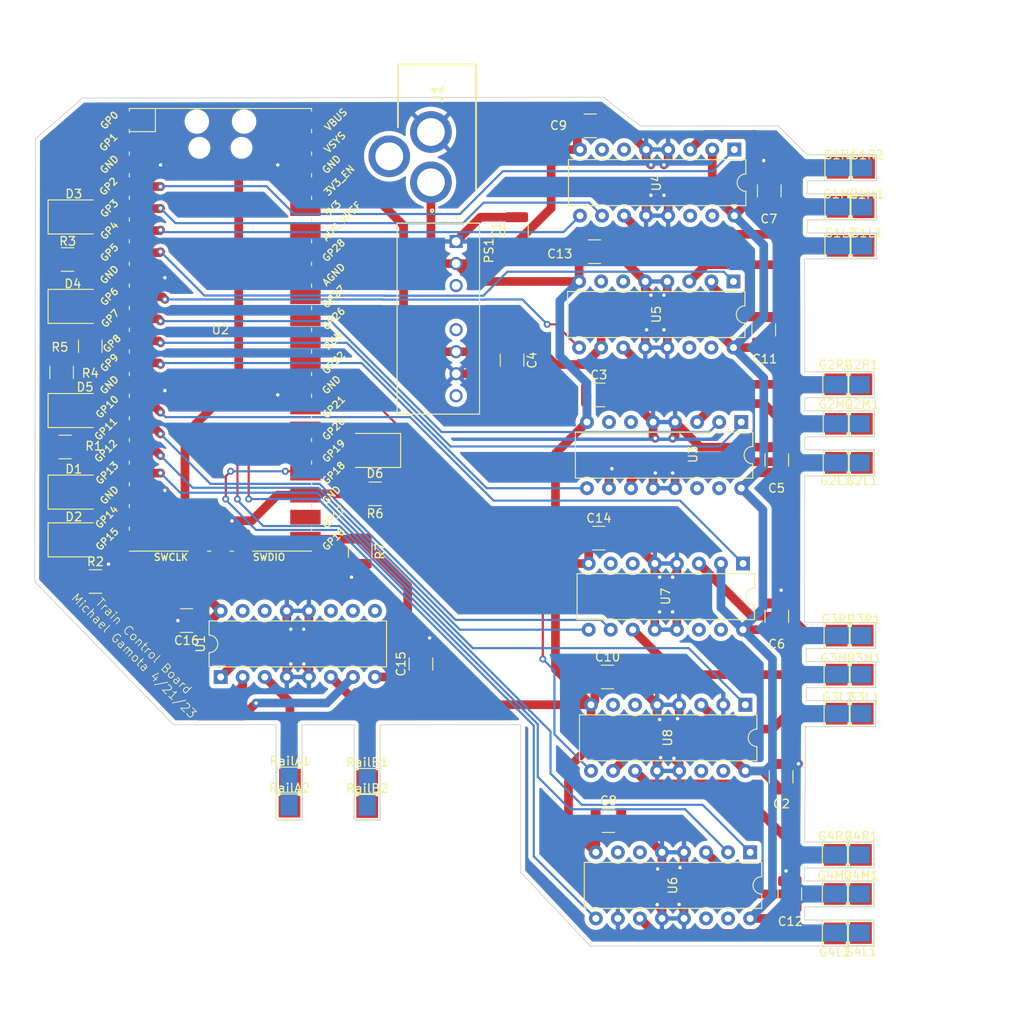
<source format=kicad_pcb>
(kicad_pcb (version 20211014) (generator pcbnew)
  (layers (0 "F.Cu" signal) (31 "B.Cu" signal) (34 "B.Paste" user) (35 "F.Paste" user) (36 "B.SilkS" user "B.Silkscreen") (37 "F.SilkS" user "F.Silkscreen") (38 "B.Mask" user) (39 "F.Mask" user) (44 "Edge.Cuts" user))
  (net 0 "")
  (net 1 "18V")
  (net 2 "GND1")
  (net 3 "+5V")
  (net 4 "Net-(D1-Pad1)")
  (net 5 "Rail1")
  (net 6 "Net-(D2-Pad1)")
  (net 7 "Rail2")
  (net 8 "Net-(D3-Pad1)")
  (net 9 "G1A")
  (net 10 "Net-(D4-Pad1)")
  (net 11 "G2A")
  (net 12 "Net-(D5-Pad1)")
  (net 13 "G3A")
  (net 14 "Net-(D6-Pad1)")
  (net 15 "G4A")
  (net 16 "Net-(G1L1-Pad1)")
  (net 17 "Net-(G1M1-Pad1)")
  (net 18 "Net-(G1R1-Pad1)")
  (net 19 "Net-(G2L1-Pad1)")
  (net 20 "Net-(G2M1-Pad1)")
  (net 21 "Net-(G2R1-Pad1)")
  (net 22 "PWM")
  (net 26 "Net-(RailA1-Pad1)")
  (net 27 "Net-(RailB1-Pad1)")
  (net 34 "G1B")
  (net 35 "G1C")
  (net 36 "G1D")
  (net 37 "G2B")
  (net 38 "G2C")
  (net 39 "G2D")
  (net 40 "G3B")
  (net 41 "G3C")
  (net 42 "G4D")
  (net 44 "G4C")
  (net 45 "G4B")
  (net 78 "G3D")
  (net 83 "Net-(G3L1-Pad1)")
  (net 84 "Net-(G3M1-Pad1)")
  (net 85 "Net-(G3R1-Pad1)")
  (net 86 "Net-(G4L1-Pad1)")
  (net 87 "Net-(G4M1-Pad1)")
  (net 88 "Net-(G4R1-Pad1)")
  (footprint "Package_DIP:DIP-16_W7.62mm" (layer "F.Cu") (at 188.505 59.43 -90)
    (fp_text reference "U5")
    (fp_text value "L293D")
  )
  (footprint "TestPoint:TestPoint_Pad_2.5x2.5mm" (layer "F.Cu") (at 146.305001 116.987499)
    (fp_text reference "RailB1")
    (fp_text value "TestPoint")
  )
  (footprint "Capacitor_SMD:C_1210_3225Metric" (layer "F.Cu") (at 194 116.5 90)
    (fp_text reference "C2")
    (fp_text value "0.1uF")
  )
  (footprint "TestPoint:TestPoint_Pad_2.5x2.5mm" (layer "F.Cu") (at 203.2 134.5 180)
    (fp_text reference "G4L1")
    (fp_text value "TestPoint")
  )
  (footprint "TestPoint:TestPoint_Pad_2.5x2.5mm" (layer "F.Cu") (at 200.3 80.33 180)
    (fp_text reference "G2L2")
    (fp_text value "TestPoint")
  )
  (footprint "TestPoint:TestPoint_Pad_2.5x2.5mm" (layer "F.Cu") (at 203.5 55.33)
    (fp_text reference "G1L1")
    (fp_text value "TestPoint")
  )
  (footprint "Package_DIP:DIP-16_W7.62mm" (layer "F.Cu") (at 190.43 125.2 -90)
    (fp_text reference "U6")
    (fp_text value "L293D")
  )
  (footprint "LED_SMD:LED_1812_4532Metric" (layer "F.Cu") (at 112.5 83.7)
    (fp_text reference "D1")
    (fp_text value "LED")
  )
  (footprint "Capacitor_SMD:C_1210_3225Metric" (layer "F.Cu") (at 174 105)
    (fp_text reference "C10")
    (fp_text value "1uF")
  )
  (footprint "TestPoint:TestPoint_Pad_2.5x2.5mm" (layer "F.Cu") (at 200.5 50.83)
    (fp_text reference "G1M2")
    (fp_text value "TestPoint")
  )
  (footprint "Resistor_SMD:R_1210_3225Metric" (layer "F.Cu") (at 111.5 78.5)
    (fp_text reference "R1")
    (fp_text value "300")
  )
  (footprint "TestPoint:TestPoint_Pad_2.5x2.5mm" (layer "F.Cu") (at 200.2 125.5)
    (fp_text reference "G4R2")
    (fp_text value "TestPoint")
  )
  (footprint "UWF1215S-3WR3:CONV_UWF1215S-3WR3" (layer "F.Cu") (at 154.5 63.7125 -90)
    (fp_text reference "PS1")
    (fp_text value "UWF1215S-3WR3")
  )
  (footprint "LED_SMD:LED_1812_4532Metric" (layer "F.Cu") (at 147.2 78.9 180)
    (fp_text reference "D6")
    (fp_text value "LED")
  )
  (footprint "LED_SMD:LED_1812_4532Metric" (layer "F.Cu") (at 112.5 52)
    (fp_text reference "D3")
    (fp_text value "LED")
  )
  (footprint "Capacitor_SMD:C_1210_3225Metric" (layer "F.Cu") (at 195 130 90)
    (fp_text reference "C12")
    (fp_text value "0.1uF")
  )
  (footprint "LED_SMD:LED_1812_4532Metric" (layer "F.Cu") (at 112.5 62.3)
    (fp_text reference "D4")
    (fp_text value "LED")
  )
  (footprint "Package_DIP:DIP-16_W7.62mm" (layer "F.Cu") (at 188.605 44.23 -90)
    (fp_text reference "U4")
    (fp_text value "L293D")
  )
  (footprint "Package_DIP:DIP-16_W7.62mm" (layer "F.Cu") (at 189.605 91.93 -90)
    (fp_text reference "U7")
    (fp_text value "L293D")
  )
  (footprint "TestPoint:TestPoint_Pad_2.5x2.5mm" (layer "F.Cu") (at 146.305001 119.987499)
    (fp_text reference "RailB2")
    (fp_text value "TestPoint")
  )
  (footprint "Capacitor_SMD:C_1210_3225Metric" (layer "F.Cu") (at 172.5 56)
    (fp_text reference "C13")
    (fp_text value "1uF")
  )
  (footprint "TestPoint:TestPoint_Pad_2.5x2.5mm" (layer "F.Cu") (at 203.2 125.5)
    (fp_text reference "G4R1")
    (fp_text value "TestPoint")
  )
  (footprint "TestPoint:TestPoint_Pad_2.5x2.5mm" (layer "F.Cu") (at 137.355001 119.937499)
    (fp_text reference "RailA2")
    (fp_text value "TestPoint")
  )
  (footprint "SamacSys_Parts:694106301002_1" (layer "F.Cu") (at 149.85 34.4095 -90)
    (fp_text reference "J1")
    (fp_text value "694106301002" hide)
  )
  (footprint "Resistor_SMD:R_1210_3225Metric" (layer "F.Cu") (at 115 94)
    (fp_text reference "R2")
    (fp_text value "300")
  )
  (footprint "Resistor_SMD:R_1210_3225Metric" (layer "F.Cu") (at 145.5 90.5 -90)
    (fp_text reference "R7")
    (fp_text value "100k")
  )
  (footprint "TestPoint:TestPoint_Pad_2.5x2.5mm" (layer "F.Cu") (at 200.3 75.83)
    (fp_text reference "G2M2")
    (fp_text value "TestPoint")
  )
  (footprint "Capacitor_SMD:C_1210_3225Metric" (layer "F.Cu") (at 163 68.5 -90)
    (fp_text reference "C4")
    (fp_text value "10uF")
  )
  (footprint "TestPoint:TestPoint_Pad_2.5x2.5mm" (layer "F.Cu") (at 200.4 109.23)
    (fp_text reference "G3L2")
    (fp_text value "TestPoint")
  )
  (footprint "TestPoint:TestPoint_Pad_2.5x2.5mm" (layer "F.Cu") (at 200.4 104.73)
    (fp_text reference "G3M2")
    (fp_text value "TestPoint")
  )
  (footprint "LED_SMD:LED_1812_4532Metric" (layer "F.Cu") (at 112.5 89.2)
    (fp_text reference "D2")
    (fp_text value "LED")
  )
  (footprint "TestPoint:TestPoint_Pad_2.5x2.5mm" (layer "F.Cu") (at 200.5 55.33)
    (fp_text reference "G1L2")
    (fp_text value "TestPoint")
  )
  (footprint "Resistor_SMD:R_1210_3225Metric" (layer "F.Cu") (at 114.4 66.9 -90)
    (fp_text reference "R4")
    (fp_text value "300")
  )
  (footprint "Capacitor_SMD:C_1210_3225Metric" (layer "F.Cu") (at 193.5 80 90)
    (fp_text reference "C5")
    (fp_text value "0.1uF")
  )
  (footprint "Capacitor_SMD:C_1210_3225Metric" (layer "F.Cu") (at 163.5 53.5 90)
    (fp_text reference "C1")
    (fp_text value "100uF")
  )
  (footprint "TestPoint:TestPoint_Pad_2.5x2.5mm" (layer "F.Cu") (at 200.2 130)
    (fp_text reference "G4M2")
    (fp_text value "TestPoint")
  )
  (footprint "Package_DIP:DIP-16_W7.62mm" (layer "F.Cu") (at 189.405 75.63 -90)
    (fp_text reference "U3")
    (fp_text value "L293D")
  )
  (footprint "Capacitor_SMD:C_1210_3225Metric" (layer "F.Cu") (at 172 41.5)
    (fp_text reference "C9")
    (fp_text value "1uF")
  )
  (footprint "Resistor_SMD:R_1210_3225Metric" (layer "F.Cu") (at 111.1 69.9 90)
    (fp_text reference "R5")
    (fp_text value "300")
  )
  (footprint "TestPoint:TestPoint_Pad_2.5x2.5mm" (layer "F.Cu") (at 203.4 104.73)
    (fp_text reference "G3M1")
    (fp_text value "TestPoint")
  )
  (footprint "TestPoint:TestPoint_Pad_2.5x2.5mm" (layer "F.Cu") (at 203.55 46.33)
    (fp_text reference "G1R2")
    (fp_text value "TestPoint")
  )
  (footprint "Capacitor_SMD:C_1210_3225Metric" (layer "F.Cu") (at 173 89)
    (fp_text reference "C14")
    (fp_text value "1uF")
  )
  (footprint "LED_SMD:LED_1812_4532Metric" (layer "F.Cu") (at 112.5 74.3)
    (fp_text reference "D5")
    (fp_text value "LED")
  )
  (footprint "Capacitor_SMD:C_1210_3225Metric" (layer "F.Cu") (at 174.1 121.55)
    (fp_text reference "C8")
    (fp_text value "1uF")
  )
  (footprint "TestPoint:TestPoint_Pad_2.5x2.5mm" (layer "F.Cu") (at 203.4 100.23)
    (fp_text reference "G3R1")
    (fp_text value "TestPoint")
  )
  (footprint "TestPoint:TestPoint_Pad_2.5x2.5mm" (layer "F.Cu") (at 203.4 109.23)
    (fp_text reference "G3L1")
    (fp_text value "TestPoint")
  )
  (footprint "Package_DIP:DIP-16_W7.62mm" (layer "F.Cu") (at 189.875 108.2 -90)
    (fp_text reference "U8")
    (fp_text value "L293D")
  )
  (footprint "TestPoint:TestPoint_Pad_2.5x2.5mm" (layer "F.Cu") (at 137.405001 116.837499)
    (fp_text reference "RailA1")
    (fp_text value "TestPoint")
  )
  (footprint "TestPoint:TestPoint_Pad_2.5x2.5mm" (layer "F.Cu") (at 200.5 46.33)
    (fp_text reference "G1R1")
    (fp_text value "TestPoint")
  )
  (footprint "TestPoint:TestPoint_Pad_2.5x2.5mm" (layer "F.Cu") (at 203.3 75.83)
    (fp_text reference "G2M1")
    (fp_text value "TestPoint")
  )
  (footprint "Capacitor_SMD:C_1210_3225Metric" (layer "F.Cu") (at 193.5 98 90)
    (fp_text reference "C6")
    (fp_text value "0.1uF")
  )
  (footprint "Capacitor_SMD:C_1210_3225Metric" (layer "F.Cu") (at 152.5 103.5 90)
    (fp_text reference "C15")
    (fp_text value "1uF")
  )
  (footprint "TestPoint:TestPoint_Pad_2.5x2.5mm" (layer "F.Cu") (at 203.2 130)
    (fp_text reference "G4M1")
    (fp_text value "TestPoint")
  )
  (footprint "TestPoint:TestPoint_Pad_2.5x2.5mm" (layer "F.Cu") (at 203.25 71.28)
    (fp_text reference "G2R1")
    (fp_text value "TestPoint")
  )
  (footprint "Capacitor_SMD:C_1210_3225Metric" (layer "F.Cu") (at 192 65 90)
    (fp_text reference "C11")
    (fp_text value "0.1uF")
  )
  (footprint "MCU_RaspberryPi_and_Boards:RPi_Pico_SMD_TH" (layer "F.Cu") (at 129.4 65)
    (fp_text reference "U2")
    (fp_text value "Pico")
  )
  (footprint "Resistor_SMD:R_1210_3225Metric" (layer "F.Cu") (at 111.785 56.9)
    (fp_text reference "R3")
    (fp_text value "300")
  )
  (footprint "Capacitor_SMD:C_1210_3225Metric" (layer "F.Cu") (at 192.63 49 90)
    (fp_text reference "C7")
    (fp_text value "0.1uF")
  )
  (footprint "TestPoint:TestPoint_Pad_2.5x2.5mm" (layer "F.Cu") (at 200.4 100.23)
    (fp_text reference "G3R2")
    (fp_text value "TestPoint")
  )
  (footprint "TestPoint:TestPoint_Pad_2.5x2.5mm" (layer "F.Cu") (at 200.2 134.55 180)
    (fp_text reference "G4L2")
    (fp_text value "TestPoint")
  )
  (footprint "TestPoint:TestPoint_Pad_2.5x2.5mm" (layer "F.Cu") (at 203.5 50.88)
    (fp_text reference "G1M1")
    (fp_text value "TestPoint")
  )
  (footprint "TestPoint:TestPoint_Pad_2.5x2.5mm" (layer "F.Cu") (at 200.25 71.28)
    (fp_text reference "G2R2")
    (fp_text value "TestPoint")
  )
  (footprint "TestPoint:TestPoint_Pad_2.5x2.5mm" (layer "F.Cu") (at 203.3 80.33 180)
    (fp_text reference "G2L1")
    (fp_text value "TestPoint")
  )
  (footprint "Capacitor_SMD:C_1210_3225Metric" (layer "F.Cu") (at 173 72.5)
    (fp_text reference "C3")
    (fp_text value "1uF")
  )
  (footprint "Resistor_SMD:R_1210_3225Metric" (layer "F.Cu") (at 147.2225 83.9 180)
    (fp_text reference "R6")
    (fp_text value "300")
  )
  (footprint "Package_DIP:DIP-16_W7.62mm" (layer "F.Cu") (at 129.425 105 90)
    (fp_text reference "U1")
    (fp_text value "L293D")
  )
  (footprint "Capacitor_SMD:C_1210_3225Metric" (layer "F.Cu") (at 125.5 98.5 180)
    (fp_text reference "C16")
    (fp_text value "0.1uF")
  )
  (gr_line (start 196.9 101.729999) (end 196.9 103.229999) (layer "Edge.Cuts") (width 0.1))
  (gr_line (start 196.72 78.83) (end 204.720001 78.83) (layer "Edge.Cuts") (width 0.1))
  (gr_line (start 177.77 41.52) (end 193.67 41.5) (layer "Edge.Cuts") (width 0.1))
  (gr_line (start 204.900001 98.729999) (end 204.900001 101.73) (layer "Edge.Cuts") (width 0.1))
  (gr_line (start 135.805001 121.487497) (end 138.805001 121.487499) (layer "Edge.Cuts") (width 0.1))
  (gr_line (start 204.72 128.499998) (end 204.72 131.499999) (layer "Edge.Cuts") (width 0.1))
  (gr_line (start 135.805002 113.4875) (end 135.825001 110.487501) (layer "Edge.Cuts") (width 0.1))
  (gr_line (start 196.720002 124) (end 204.720002 124) (layer "Edge.Cuts") (width 0.1))
  (gr_line (start 164 110.5) (end 147.8 110.5125) (layer "Edge.Cuts") (width 0.1))
  (gr_line (start 197 44.83) (end 204.999999 44.830001) (layer "Edge.Cuts") (width 0.1))
  (gr_line (start 196.719999 62.83) (end 196.720001 69.829999) (layer "Edge.Cuts") (width 0.1))
  (gr_line (start 135.825001 110.487501) (end 124 110.5) (layer "Edge.Cuts") (width 0.1))
  (gr_line (start 196.9 98.73) (end 196.7 98.73) (layer "Edge.Cuts") (width 0.1))
  (gr_line (start 138.8 110.5125) (end 144.805001 110.5125) (layer "Edge.Cuts") (width 0.1))
  (gr_line (start 204.900001 101.73) (end 196.9 101.729999) (layer "Edge.Cuts") (width 0.1))
  (gr_line (start 197 52.33) (end 197 53.83) (layer "Edge.Cuts") (width 0.1))
  (gr_line (start 204.720001 78.83) (end 204.72 81.829999) (layer "Edge.Cuts") (width 0.1))
  (gr_line (start 147.805001 121.487499) (end 147.8 110.5125) (layer "Edge.Cuts") (width 0.1))
  (gr_line (start 138.805001 121.487499) (end 138.805002 113.4875) (layer "Edge.Cuts") (width 0.1))
  (gr_line (start 135.805002 113.4875) (end 135.805001 121.487497) (layer "Edge.Cuts") (width 0.1))
  (gr_line (start 164 111) (end 164 110.5) (layer "Edge.Cuts") (width 0.1))
  (gr_line (start 196.720002 133) (end 204.720002 133) (layer "Edge.Cuts") (width 0.1))
  (gr_line (start 196.719999 131.500002) (end 196.720002 133) (layer "Edge.Cuts") (width 0.1))
  (gr_line (start 204.720002 124) (end 204.720001 127.000001) (layer "Edge.Cuts") (width 0.1))
  (gr_line (start 204.900001 106.23) (end 196.900001 106.230001) (layer "Edge.Cuts") (width 0.1))
  (gr_line (start 196.9 98.73) (end 204.900001 98.729999) (layer "Edge.Cuts") (width 0.1))
  (gr_line (start 144.805002 113.4875) (end 144.805001 121.487497) (layer "Edge.Cuts") (width 0.1))
  (gr_line (start 204.72 74.33) (end 204.72 77.329998) (layer "Edge.Cuts") (width 0.1))
  (gr_line (start 196.719999 72.83) (end 196.719999 74.33) (layer "Edge.Cuts") (width 0.1))
  (gr_line (start 196.9 107.73) (end 204.900001 107.729999) (layer "Edge.Cuts") (width 0.1))
  (gr_line (start 113.5 38.3) (end 173.5 38.2) (layer "Edge.Cuts") (width 0.1))
  (gr_line (start 108.1 43) (end 108 94) (layer "Edge.Cuts") (width 0.1))
  (gr_line (start 204.72 77.329998) (end 196.720002 77.329999) (layer "Edge.Cuts") (width 0.1))
  (gr_line (start 205.000001 47.830001) (end 197 47.830001) (layer "Edge.Cuts") (width 0.1))
  (gr_line (start 205 52.33) (end 197 52.33) (layer "Edge.Cuts") (width 0.1))
  (gr_line (start 196.720001 69.829999) (end 204.720001 69.83) (layer "Edge.Cuts") (width 0.1))
  (gr_line (start 196.719999 81.83) (end 196.7 98.73) (layer "Edge.Cuts") (width 0.1))
  (gr_line (start 196.9 103.229999) (end 204.900001 103.230001) (layer "Edge.Cuts") (width 0.1))
  (gr_line (start 197 53.83) (end 204.999999 53.830001) (layer "Edge.Cuts") (width 0.1))
  (gr_line (start 197 47.830001) (end 197 49.33) (layer "Edge.Cuts") (width 0.1))
  (gr_line (start 138.805002 113.4875) (end 138.8 110.5125) (layer "Edge.Cuts") (width 0.1))
  (gr_line (start 204.720002 133) (end 204.72 136) (layer "Edge.Cuts") (width 0.1))
  (gr_line (start 196.720002 77.329999) (end 196.72 78.83) (layer "Edge.Cuts") (width 0.1))
  (gr_line (start 204.720001 127.000001) (end 196.720002 127.000001) (layer "Edge.Cuts") (width 0.1))
  (gr_line (start 173.5 38.2) (end 177.77 41.52) (layer "Edge.Cuts") (width 0.1))
  (gr_line (start 197 49.33) (end 205.000001 49.33) (layer "Edge.Cuts") (width 0.1))
  (gr_line (start 144.805001 121.487497) (end 147.805001 121.487499) (layer "Edge.Cuts") (width 0.1))
  (gr_line (start 204.9 110.730001) (end 196.9 110.73) (layer "Edge.Cuts") (width 0.1))
  (gr_line (start 205.000001 56.83) (end 197 56.83) (layer "Edge.Cuts") (width 0.1))
  (gr_line (start 204.999999 53.830001) (end 205.000001 56.83) (layer "Edge.Cuts") (width 0.1))
  (gr_line (start 144.805001 110.5125) (end 144.805002 113.4875) (layer "Edge.Cuts") (width 0.1))
  (gr_line (start 204.720001 69.83) (end 204.72 72.829999) (layer "Edge.Cuts") (width 0.1))
  (gr_line (start 204.72 81.829999) (end 196.719999 81.83) (layer "Edge.Cuts") (width 0.1))
  (gr_line (start 204.900001 107.729999) (end 204.9 110.730001) (layer "Edge.Cuts") (width 0.1))
  (gr_line (start 164 111) (end 164 127.5) (layer "Edge.Cuts") (width 0.1))
  (gr_line (start 196.9 110.73) (end 196.8 110.73) (layer "Edge.Cuts") (width 0.1))
  (gr_line (start 124 110.5) (end 108 94) (layer "Edge.Cuts") (width 0.1))
  (gr_line (start 196.7 56.83) (end 197 56.83) (layer "Edge.Cuts") (width 0.1))
  (gr_line (start 196.900001 106.230001) (end 196.9 107.73) (layer "Edge.Cuts") (width 0.1))
  (gr_line (start 197 44.83) (end 193.67 41.5) (layer "Edge.Cuts") (width 0.1))
  (gr_line (start 196.719999 62.83) (end 196.7 56.83) (layer "Edge.Cuts") (width 0.1))
  (gr_line (start 172 136) (end 196.72 136.000001) (layer "Edge.Cuts") (width 0.1))
  (gr_line (start 196.719999 128.500001) (end 204.72 128.499998) (layer "Edge.Cuts") (width 0.1))
  (gr_line (start 196.8 110.73) (end 196.720002 124) (layer "Edge.Cuts") (width 0.1))
  (gr_line (start 204.72 72.829999) (end 196.719999 72.83) (layer "Edge.Cuts") (width 0.1))
  (gr_line (start 205.000001 49.33) (end 205 52.33) (layer "Edge.Cuts") (width 0.1))
  (gr_line (start 204.72 136) (end 196.72 136.000001) (layer "Edge.Cuts") (width 0.1))
  (gr_line (start 113.5 38.3) (end 108.1 43) (layer "Edge.Cuts") (width 0.1))
  (gr_line (start 196.719999 74.33) (end 204.72 74.33) (layer "Edge.Cuts") (width 0.1))
  (gr_line (start 196.720002 127.000001) (end 196.719999 128.500001) (layer "Edge.Cuts") (width 0.1))
  (gr_line (start 204.999999 44.830001) (end 205.000001 47.830001) (layer "Edge.Cuts") (width 0.1))
  (gr_line (start 172 136) (end 164 127.5) (layer "Edge.Cuts") (width 0.1))
  (gr_line (start 204.900001 103.230001) (end 204.900001 106.23) (layer "Edge.Cuts") (width 0.1))
  (gr_line (start 204.72 131.499999) (end 196.719999 131.500002) (layer "Edge.Cuts") (width 0.1))
  (gr_text "Train Control Board\nMichael Gamota 4/21/23" (at 120 102 315) (layer "F.SilkS") (effects (font (size 1 1) (thickness 0.1))))
  (segment (start 171.825 89.3) (end 171.525 89) (width 1) (layer "F.Cu") (net 1))
  (segment (start 167.5 46) (end 167.5 50.975) (width 1) (layer "F.Cu") (net 1))
  (segment (start 171.525 89) (end 170.28 89) (width 1) (layer "F.Cu") (net 1))
  (segment (start 154.8625 57.3625) (end 153.65 56.15) (width 1) (layer "F.Cu") (net 1))
  (segment (start 170.725 56.3) (end 171.025 56) (width 1) (layer "F.Cu") (net 1))
  (segment (start 171.625 75.63) (end 171.625 72.6) (width 1) (layer "F.Cu") (net 1))
  (segment (start 170.28 89) (end 168 86.72) (width 1) (layer "F.Cu") (net 1))
  (segment (start 168 86.72) (end 168 79.255) (width 1) (layer "F.Cu") (net 1))
  (segment (start 170.28 89) (end 168.87 90.41) (width 1) (layer "F.Cu") (net 1))
  (segment (start 172.095 112.86) (end 169.5 115.455) (width 1) (layer "F.Cu") (net 1))
  (segment (start 168 90.41) (end 168 86.72) (width 1) (layer "F.Cu") (net 1))
  (segment (start 170.825 44.23) (end 169.27 44.23) (width 1) (layer "F.Cu") (net 1))
  (segment (start 170.725 59.43) (end 158.6175 59.43) (width 1) (layer "F.Cu") (net 1))
  (segment (start 168 93.5) (end 168 104.105) (width 1) (layer "F.Cu") (net 1))
  (segment (start 156.55 57.3625) (end 161.1125 57.3625) (width 1) (layer "F.Cu") (net 1))
  (segment (start 172.65 125.2) (end 172.65 121.575) (width 1) (layer "F.Cu") (net 1))
  (segment (start 172.525 107.77) (end 172.095 108.2) (width 1) (layer "F.Cu") (net 1))
  (segment (start 168 93.5) (end 168 90.41) (width 1) (layer "F.Cu") (net 1))
  (segment (start 168 79.255) (end 171.625 75.63) (width 1) (layer "F.Cu") (net 1))
  (segment (start 158.6175 59.43) (end 156.55 57.3625) (width 1) (layer "F.Cu") (net 1))
  (segment (start 168.05 90.41) (end 168 90.41) (width 1) (layer "F.Cu") (net 1))
  (segment (start 168.87 90.41) (end 168.05 90.41) (width 1) (layer "F.Cu") (net 1))
  (segment (start 153.65 56.15) (end 153.65 48.0095) (width 1) (layer "F.Cu") (net 1))
  (segment (start 170.525 43.93) (end 170.825 44.23) (width 1) (layer "F.Cu") (net 1))
  (segment (start 169.5 122.05) (end 172.65 125.2) (width 1) (layer "F.Cu") (net 1))
  (segment (start 171.825 91.93) (end 171.825 89.3) (width 1) (layer "F.Cu") (net 1))
  (segment (start 172.095 108.2) (end 155.725 108.2) (width 1) (layer "F.Cu") (net 1))
  (segment (start 169.57 91.93) (end 168 93.5) (width 1) (layer "F.Cu") (net 1))
  (segment (start 152.475 105) (end 152.5 104.975) (width 1) (layer "F.Cu") (net 1))
  (segment (start 167.5 50.975) (end 163.5 54.975) (width 1) (layer "F.Cu") (net 1))
  (segment (start 170.725 59.43) (end 170.725 56.3) (width 1) (layer "F.Cu") (net 1))
  (segment (start 147.205 105) (end 152.475 105) (width 1) (layer "F.Cu") (net 1))
  (segment (start 170.525 41.5) (end 170.525 43.93) (width 1) (layer "F.Cu") (net 1))
  (segment (start 168 104.105) (end 172.095 108.2) (width 1) (layer "F.Cu") (net 1))
  (segment (start 155.725 108.2) (end 152.5 104.975) (width 1) (layer "F.Cu") (net 1))
  (segment (start 172.095 108.2) (end 172.095 112.86) (width 1) (layer "F.Cu") (net 1))
  (segment (start 169.57 91.93) (end 168.05 90.41) (width 1) (layer "F.Cu") (net 1))
  (segment (start 156.55 57.3625) (end 154.8625 57.3625) (width 1) (layer "F.Cu") (net 1))
  (segment (start 171.625 72.6) (end 171.525 72.5) (width 1) (layer "F.Cu") (net 1))
  (segment (start 161.1125 57.3625) (end 163.5 54.975) (width 1) (layer "F.Cu") (net 1))
  (segment (start 172.65 121.575) (end 172.625 121.55) (width 1) (layer "F.Cu") (net 1))
  (segment (start 171.825 91.93) (end 169.57 91.93) (width 1) (layer "F.Cu") (net 1))
  (segment (start 169.5 115.455) (end 169.5 122.05) (width 1) (layer "F.Cu") (net 1))
  (segment (start 172.525 105) (end 172.525 107.77) (width 1) (layer "F.Cu") (net 1))
  (segment (start 169.27 44.23) (end 167.5 46) (width 1) (layer "F.Cu") (net 1))
  (segment (start 171.625 75.63) (end 171.625 71.125) (width 1) (layer "B.Cu") (net 1))
  (segment (start 171.625 71.125) (end 168.5 68) (width 1) (layer "B.Cu") (net 1))
  (segment (start 168.5 61.655) (end 170.725 59.43) (width 1) (layer "B.Cu") (net 1))
  (segment (start 168.5 68) (end 168.5 61.655) (width 1) (layer "B.Cu") (net 1))
  (segment (start 181.985 97.985) (end 181.5 97.5) (width 1) (layer "F.Cu") (net 2))
  (segment (start 133 87) (end 130.74 87) (width 1) (layer "F.Cu") (net 2))
  (segment (start 174.475 72.5) (end 176.115 72.5) (width 1) (layer "F.Cu") (net 2))
  (segment (start 181.785 77.215) (end 181.5 77.5) (width 1) (layer "F.Cu") (net 2))
  (segment (start 175.475 105) (end 176.515 105) (width 1) (layer "F.Cu") (net 2))
  (segment (start 178.445 51.85) (end 178.445 50.055) (width 1) (layer "F.Cu") (net 2))
  (segment (start 180.885 67.05) (end 180.885 65.385) (width 1) (layer "F.Cu") (net 2))
  (segment (start 114.9975 58.65) (end 120.51 58.65) (width 1) (layer "F.Cu") (net 2))
  (segment (start 178.445 44.23) (end 178.445 45.445) (width 1) (layer "F.Cu") (net 2))
  (segment (start 179.715 109.605) (end 180.01 109.9) (width 1) (layer "F.Cu") (net 2))
  (segment (start 179.715 108.2) (end 179.715 109.605) (width 1) (layer "F.Cu") (net 2))
  (segment (start 174.915 56) (end 178.345 59.43) (width 1) (layer "F.Cu") (net 2))
  (segment (start 159.3475 52.025) (end 156.55 54.8225) (width 1) (layer "F.Cu") (net 2))
  (segment (start 135.95 84.05) (end 133 87) (width 1) (layer "F.Cu") (net 2))
  (segment (start 181.985 93.015) (end 181.5 93.5) (width 1) (layer "F.Cu") (net 2))
  (segment (start 179.245 77.245) (end 179.5 77.5) (width 1) (layer "F.Cu") (net 2))
  (segment (start 184.68 78.525) (end 181.785 75.63) (width 1) (layer "F.Cu") (net 2))
  (segment (start 195 127.78) (end 194.57 127.35) (width 1) (layer "F.Cu") (net 2))
  (segment (start 194 115.025) (end 195.975 115.025) (width 1) (layer "F.Cu") (net 2))
  (segment (start 174.165 83.25) (end 174.165 81.335) (width 1) (layer "F.Cu") (net 2))
  (segment (start 139.585 105) (end 139.585 104.085) (width 1) (layer "F.Cu") (net 2))
  (segment (start 116.5 93.9625) (end 116.4625 94) (width 1) (layer "F.Cu") (net 2))
  (segment (start 182.255 109.605) (end 182.06 109.8) (width 1) (layer "F.Cu") (net 2))
  (segment (start 120.51 58.65) (end 122.65 58.65) (width 1) (layer "F.Cu") (net 2))
  (segment (start 124.025 98.5) (end 124.5 98.5) (width 1) (layer "F.Cu") (net 2))
  (segment (start 178.445 45.445) (end 179 46) (width 1) (layer "F.Cu") (net 2))
  (segment (start 181.985 91.93) (end 181.985 93.015) (width 1) (layer "F.Cu") (net 2))
  (segment (start 139.585 97.38) (end 139.585 98.915) (width 1) (layer "F.Cu") (net 2))
  (segment (start 180.27 132.82) (end 180.27 131.78) (width 1) (layer "F.Cu") (net 2))
  (segment (start 152.5 101.5) (end 153.5 100.5) (width 1) (layer "F.Cu") (net 2))
  (segment (start 120.51 84.05) (end 118.5125 84.05) (width 1) (layer "F.Cu") (net 2))
  (segment (start 192 63.525) (end 189.6 63.525) (width 1) (layer "F.Cu") (net 2))
  (segment (start 176.115 72.5) (end 179.245 75.63) (width 1) (layer "F.Cu") (net 2))
  (segment (start 180.27 126.62) (end 179.77 127.12) (width 1) (layer "F.Cu") (net 2))
  (segment (start 179.245 81.755) (end 179.5 81.5) (width 1) (layer "F.Cu") (net 2))
  (segment (start 156.55 70.0625) (end 162.9125 70.0625) (width 1) (layer "F.Cu") (net 2))
  (segment (start 181.785 83.25) (end 181.785 81.785) (width 1) (layer "F.Cu") (net 2))
  (segment (start 138.29 71.35) (end 137.15 71.35) (width 1) (layer "F.Cu") (net 2))
  (segment (start 182.255 115.82) (end 182.255 114.985) (width 1) (layer "F.Cu") (net 2))
  (segment (start 162.9125 70.0625) (end 163 69.975) (width 1) (layer "F.Cu") (net 2))
  (segment (start 181.785 75.63) (end 181.785 77.215) (width 1) (layer "F.Cu") (net 2))
  (segment (start 117.3875 71.35) (end 120.51 71.35) (width 1) (layer "F.Cu") (net 2))
  (segment (start 139.585 98.915) (end 139 99.5) (width 1) (layer "F.Cu") (net 2))
  (segment (start 114.4 68.3625) (end 117.3875 71.35) (width 1) (layer "F.Cu") (net 2))
  (segment (start 178.345 59.43) (end 178.345 60.345) (width 1) (layer "F.Cu") (net 2))
  (segment (start 139.585 104.085) (end 139 103.5) (width 1) (layer "F.Cu") (net 2))
  (segment (start 122.45 84.05) (end 123 83.5) (width 1) (layer "F.Cu") (net 2))
  (segment (start 173.475 41.5) (end 175.715 41.5) (width 1) (layer "F.Cu") (net 2))
  (segment (start 163.5 52.025) (end 159.3475 52.025) (width 1) (layer "F.Cu") (net 2))
  (segment (start 116.5 92) (end 116.5 93.9625) (width 1) (layer "F.Cu") (net 2))
  (segment (start 179.715 115.82) (end 179.715 114.705) (width 1) (layer "F.Cu") (net 2))
  (segment (start 176.515 89) (end 179.445 91.93) (width 1) (layer "F.Cu") (net 2))
  (segment (start 179.445 92.945) (end 180 93.5) (width 1) (layer "F.Cu") (net 2))
  (segment (start 192.63 46.13) (end 192 45.5) (width 1) (layer "F.Cu") (net 2))
  (segment (start 180.985 44.23) (end 180.985 45.515) (width 1) (layer "F.Cu") (net 2))
  (segment (start 122.45 45.95) (end 122.5 46) (width 1) (layer "F.Cu") (net 2))
  (segment (start 180.885 60.615) (end 180.5 61) (width 1) (layer "F.Cu") (net 2))
  (segment (start 179.245 83.25) (end 179.245 81.755) (width 1) (layer "F.Cu") (net 2))
  (segment (start 185.965 59.89) (end 185.965 59.43) (width 1) (layer "F.Cu") (net 2))
  (segment (start 174.165 81.335) (end 174.5 81) (width 1) (layer "F.Cu") (net 2))
  (segment (start 122.35 71.35) (end 123 72) (width 1) (layer "F.Cu") (net 2))
  (segment (start 180.985 51.85) (end 180.985 49.985) (width 1) (layer "F.Cu") (net 2))
  (segment (start 174.475 89) (end 176.515 89) (width 1) (layer "F.Cu") (net 2))
  (segment (start 180.985 49.985) (end 180.5 49.5) (width 1) (layer "F.Cu") (net 2))
  (segment (start 137.045 103.955) (end 137.5 103.5) (width 1) (layer "F.Cu") (net 2))
  (segment (start 118.5125 84.05) (end 112.9625 78.5) (width 1) (layer "F.Cu") (net 2))
  (segment (start 182.81 131.77) (end 182.24 131.2) (width 1) (layer "F.Cu") (net 2))
  (segment (start 120.51 45.95) (end 122.45 45.95) (width 1) (layer "F.Cu") (net 2))
  (segment (start 180.27 125.2) (end 180.27 126.62) (width 1) (layer "F.Cu") (net 2))
  (segment (start 130.74 87) (end 130.72 87.02) (width 1) (layer "F.Cu") (net 2))
  (segment (start 176.515 105) (end 179.715 108.2) (width 1) (layer "F.Cu") (net 2))
  (segment (start 138.29 45.95) (end 136.05 45.95) (width 1) (layer "F.Cu") (net 2))
  (segment (start 182.81 126.5) (end 182.35 126.96) (width 1) (layer "F.Cu") (net 2))
  (segment (start 145.76 83.9) (end 138.44 83.9) (width 1) (layer "F.Cu") (net 2))
  (segment (start 137.15 71.35) (end 136 72.5) (width 1) (layer "F.Cu") (net 2))
  (segment (start 173.975 56) (end 174.915 56) (width 1) (layer "F.Cu") (net 2))
  (segment (start 192.63 47.525) (end 192.63 46.13) (width 1) (layer "F.Cu") (net 2))
  (segment (start 178.345 65.155) (end 178.5 65) (width 1) (layer "F.Cu") (net 2))
  (segment (start 182.81 125.2) (end 182.81 126.5) (width 1) (layer "F.Cu") (net 2))
  (segment (start 181.785 81.785) (end 181.5 81.5) (width 1) (layer "F.Cu") (net 2))
  (segment (start 138.29 84.05) (end 135.95 84.05) (width 1) (layer "F.Cu") (net 2))
  (segment (start 193.5 96.525) (end 193.5 95.5) (width 1) (layer "F.Cu") (net 2))
  (segment (start 179.445 99.55) (end 179.445 98.055) (width 1) (layer "F.Cu") (net 2))
  (segment (start 176.62 121.55) (end 180.27 125.2) (width 1) (layer "F.Cu") (net 2))
  (segment (start 179.715 114.705) (end 180.12 114.3) (width 1) (layer "F.Cu") (net 2))
  (segment (start 180.985 45.515) (end 180.5 46) (width 1) (layer "F.Cu") (net 2))
  (segment (start 182.255 108.2) (end 182.255 109.605) (width 1) (layer "F.Cu") (net 2))
  (segment (start 152.5 102.025) (end 152.5 101.5) (width 1) (layer "F.Cu") (net 2))
  (segment (start 182.255 114.985) (end 181.65 114.38) (width 1) (layer "F.Cu") (net 2))
  (segment (start 136.05 45.95) (end 136 46) (width 1) (layer "F.Cu") (net 2))
  (segment (start 193.5 95.5) (end 194 95) (width 1) (layer "F.Cu") (net 2))
  (segment (start 145.5 91.9625) (end 145.5 92.5) (width 1) (layer "F.Cu") (net 2))
  (segment (start 145.5 92.5) (end 144.5 93.5) (width 1) (layer "F.Cu") (net 2))
  (segment (start 182.81 132.82) (end 182.81 131.77) (width 1) (layer "F.Cu") (net 2))
  (segment (start 180.885 65.385) (end 180.5 65) (width 1) (layer "F.Cu") (net 2))
  (segment (start 180.27 131.78) (end 179.72 131.23) (width 1) (layer "F.Cu") (net 2))
  (segment (start 178.345 67.05) (end 178.345 65.155) (width 1) (layer "F.Cu") (net 2))
  (segment (start 179.245 75.63) (end 179.245 77.245) (width 1) (layer "F.Cu") (net 2))
  (segment (start 130.72 87.02) (end 129.4 88.34) (width 1) (layer "F.Cu") (net 2))
  (segment (start 137.045 97.38) (end 137.045 99.045) (width 1) (layer "F.Cu") (net 2))
  (segment (start 122.65 58.65) (end 123 59) (width 1) (layer "F.Cu") (net 2))
  (segment (start 175.715 41.5) (end 178.445 44.23) (width 1) (layer "F.Cu") (net 2))
  (segment (start 189.6 63.525) (end 185.965 59.89) (width 1) (layer "F.Cu") (net 2))
  (segment (start 181.985 99.55) (end 181.985 97.985) (width 1) (layer "F.Cu") (net 2))
  (segment (start 111.1 68.4375) (end 114.325 68.4375) (width 1) (layer "F.Cu") (net 2))
  (segment (start 114.325 68.4375) (end 114.4 68.3625) (width 1) (layer "F.Cu") (net 2))
  (segment (start 193.5 78.525) (end 184.68 78.525) (width 1) (layer "F.Cu") (net 2))
  (segment (start 178.345 60.345) (end 179 61) (width 1) (layer "F.Cu") (net 2))
  (segment (start 137.045 105) (end 137.045 103.955) (width 1) (layer "F.Cu") (net 2))
  (segment (start 137.045 99.045) (end 137.5 99.5) (width 1) (layer "F.Cu") (net 2))
  (segment (start 180.885 59.43) (end 180.885 60.615) (width 1) (layer "F.Cu") (net 2))
  (segment (start 120.51 84.05) (end 122.45 84.05) (width 1) (layer "F.Cu") (net 2))
  (segment (start 179.445 91.93) (end 179.445 92.945) (width 1) (layer "F.Cu") (net 2))
  (segment (start 138.44 83.9) (end 138.29 84.05) (width 1) (layer "F.Cu") (net 2))
  (segment (start 120.51 71.35) (end 122.35 71.35) (width 1) (layer "F.Cu") (net 2))
  (segment (start 179.445 98.055) (end 180 97.5) (width 1) (layer "F.Cu") (net 2))
  (segment (start 195 128.525) (end 195 127.78) (width 1) (layer "F.Cu") (net 2))
  (segment (start 175.575 121.55) (end 176.62 121.55) (width 1) (layer "F.Cu") (net 2))
  (segment (start 113.2475 56.9) (end 114.9975 58.65) (width 1) (layer "F.Cu") (net 2))
  (segment (start 129.4 88.34) (end 129.4 88.9) (width 1) (layer "F.Cu") (net 2))
  (segment (start 195.975 115.025) (end 196 115) (width 1) (layer "F.Cu") (net 2))
  (segment (start 178.445 50.055) (end 179 49.5) (width 1) (layer "F.Cu") (net 2))
  (via (at 139 99.5) (size 0.8) (drill 0.4) (layers "F.Cu" "B.Cu") (net 2))
  (via (at 116.5 92) (size 0.8) (drill 0.4) (layers "F.Cu" "B.Cu") (net 2))
  (via (at 130.72 87.02) (size 0.8) (drill 0.4) (layers "F.Cu" "B.Cu") (net 2))
  (via (at 196 115) (size 0.8) (drill 0.4) (layers "F.Cu" "B.Cu") (net 2))
  (via (at 180.5 46) (size 0.8) (drill 0.4) (layers "F.Cu" "B.Cu") (net 2))
  (via (at 192 45.5) (size 0.8) (drill 0.4) (layers "F.Cu" "B.Cu") (net 2))
  (via (at 179.5 77.5) (size 0.8) (drill 0.4) (layers "F.Cu" "B.Cu") (net 2))
  (via (at 136 46) (size 0.8) (drill 0.4) (layers "F.Cu" "B.Cu") (net 2))
  (via (at 123 59) (size 0.8) (drill 0.4) (layers "F.Cu" "B.Cu") (net 2))
  (via (at 137.5 99.5) (size 0.8) (drill 0.4) (layers "F.Cu" "B.Cu") (net 2))
  (via (at 174.5 81) (size 0.8) (drill 0.4) (layers "F.Cu" "B.Cu") (net 2))
  (via (at 179 46) (size 0.8) (drill 0.4) (layers "F.Cu" "B.Cu") (net 2))
  (via (at 180.5 61) (size 0.8) (drill 0.4) (layers "F.Cu" "B.Cu") (net 2))
  (via (at 194.57 127.35) (size 0.8) (drill 0.4) (layers "F.Cu" "B.Cu") (net 2))
  (via (at 181.65 114.38) (size 0.8) (drill 0.4) (layers "F.Cu" "B.Cu") (net 2))
  (via (at 122.5 46) (size 0.8) (drill 0.4) (layers "F.Cu" "B.Cu") (net 2))
  (via (at 123 72) (size 0.8) (drill 0.4) (layers "F.Cu" "B.Cu") (net 2))
  (via (at 180 97.5) (size 0.8) (drill 0.4) (layers "F.Cu" "B.Cu") (net 2))
  (via (at 180.01 109.9) (size 0.8) (drill 0.4) (layers "F.Cu" "B.Cu") (net 2))
  (via (at 182.24 131.2) (size 0.8) (drill 0.4) (layers "F.Cu" "B.Cu") (net 2))
  (via (at 194 95) (size 0.8) (drill 0.4) (layers "F.Cu" "B.Cu") (net 2))
  (via (at 180.12 114.3) (size 0.8) (drill 0.4) (layers "F.Cu" "B.Cu") (net 2))
  (via (at 180.5 49.5) (size 0.8) (drill 0.4) (layers "F.Cu" "B.Cu") (net 2))
  (via (at 180.5 65) (size 0.8) (drill 0.4) (layers "F.Cu" "B.Cu") (net 2))
  (via (at 144.5 93.5) (size 0.8) (drill 0.4) (layers "F.Cu" "B.Cu") (net 2))
  (via (at 179.5 81.5) (size 0.8) (drill 0.4) (layers "F.Cu" "B.Cu") (net 2))
  (via (at 181.5 93.5) (size 0.8) (drill 0.4) (layers "F.Cu" "B.Cu") (net 2))
  (via (at 181.5 81.5) (size 0.8) (drill 0.4) (layers "F.Cu" "B.Cu") (net 2))
  (via (at 123 83.5) (size 0.8) (drill 0.4) (layers "F.Cu" "B.Cu") (net 2))
  (via (at 182.35 126.96) (size 0.8) (drill 0.4) (layers "F.Cu" "B.Cu") (net 2))
  (via (at 182.06 109.8) (size 0.8) (drill 0.4) (layers "F.Cu" "B.Cu") (net 2))
  (via (at 136 72.5) (size 0.8) (drill 0.4) (layers "F.Cu" "B.Cu") (net 2))
  (via (at 124.5 98.5) (size 0.8) (drill 0.4) (layers "F.Cu" "B.Cu") (net 2))
  (via (at 179 49.5) (size 0.8) (drill 0.4) (layers "F.Cu" "B.Cu") (net 2))
  (via (at 178.5 65) (size 0.8) (drill 0.4) (layers "F.Cu" "B.Cu") (net 2))
  (via (at 139 103.5) (size 0.8) (drill 0.4) (layers "F.Cu" "B.Cu") (net 2))
  (via (at 137.5 103.5) (size 0.8) (drill 0.4) (layers "F.Cu" "B.Cu") (net 2))
  (via (at 179 61) (size 0.8) (drill 0.4) (layers "F.Cu" "B.Cu") (net 2))
  (via (at 180 93.5) (size 0.8) (drill 0.4) (layers "F.Cu" "B.Cu") (net 2))
  (via (at 181.5 97.5) (size 0.8) (drill 0.4) (layers "F.Cu" "B.Cu") (net 2))
  (via (at 179.72 131.23) (size 0.8) (drill 0.4) (layers "F.Cu" "B.Cu") (net 2))
  (via (at 153.5 100.5) (size 0.8) (drill 0.4) (layers "F.Cu" "B.Cu") (net 2))
  (via (at 179.77 127.12) (size 0.8) (drill 0.4) (layers "F.Cu" "B.Cu") (net 2))
  (via (at 181.5 77.5) (size 0.8) (drill 0.4) (layers "F.Cu" "B.Cu") (net 2))
  (segment (start 188.505 67.05) (end 185.025 63.57) (width 1) (layer "F.Cu") (net 3))
  (segment (start 191.845 115.82) (end 194 117.975) (width 1) (layer "F.Cu") (net 3))
  (segment (start 190.43 132.82) (end 193.655 132.82) (width 1) (layer "F.Cu") (net 3))
  (segment (start 138.29 43.41) (end 140.91 43.41) (width 1) (layer "F.Cu") (net 3))
  (segment (start 150.5 53) (end 150.5 64.5) (width 1) (layer "F.Cu") (net 3))
  (segment (start 185.025 63.57) (end 175.43 63.57) (width 1) (layer "F.Cu") (net 3))
  (segment (start 189.875 115.82) (end 191.845 115.82) (width 1) (layer "F.Cu") (net 3))
  (segment (start 192.63 50.475) (end 189.98 50.475) (width 1) (layer "F.Cu") (net 3))
  (segment (start 191.18 81.475) (end 189.405 83.25) (width 1) (layer "F.Cu") (net 3))
  (segment (start 135.59 43.41) (end 131.5 47.5) (width 1) (layer "F.Cu") (net 3))
  (segment (start 153.5225 67.5225) (end 156.55 67.5225) (width 1) (layer "F.Cu") (net 3))
  (segment (start 168 69) (end 171.315 69) (width 1) (layer "F.Cu") (net 3))
  (segment (start 177.575 112.88) (end 174.635 115.82) (width 1) (layer "F.Cu") (net 3))
  (segment (start 191.425 67.05) (end 192 66.475) (width 1) (layer "F.Cu") (net 3))
  (segment (start 189.875 115.82) (end 186.935 112.88) (width 1) (layer "F.Cu") (net 3))
  (segment (start 125.31 77.09) (end 125.31 93.265) (width 1) (layer "F.Cu") (net 3))
  (segment (start 186.065 49.31) (end 188.605 51.85) (width 1) (layer "F.Cu") (net 3))
  (segment (start 131.5 47.5) (end 131.5 70.9) (width 1) (layer "F.Cu") (net 3))
  (segment (start 186.935 112.88) (end 177.575 112.88) (width 1) (layer "F.Cu") (net 3))
  (segment (start 128.305 98.5) (end 129.425 97.38) (width 1) (layer "F.Cu") (net 3))
  (segment (start 126.975 98.5) (end 128.305 98.5) (width 1) (layer "F.Cu") (net 3))
  (segment (start 162.5025 67.5225) (end 163 67.025) (width 1) (layer "F.Cu") (net 3))
  (segment (start 189.98 50.475) (end 188.605 51.85) (width 1) (layer "F.Cu") (net 3))
  (segment (start 163 67.025) (end 166.025 67.025) (width 1) (layer "F.Cu") (net 3))
  (segment (start 186.065 44.23) (end 186.065 49.31) (width 1) (layer "F.Cu") (net 3))
  (segment (start 156.55 67.5225) (end 162.5025 67.5225) (width 1) (layer "F.Cu") (net 3))
  (segment (start 138.29 43.41) (end 135.59 43.41) (width 1) (layer "F.Cu") (net 3))
  (segment (start 193.425 99.55) (end 193.5 99.475) (width 1) (layer "F.Cu") (net 3))
  (segment (start 131.5 70.9) (end 125.31 77.09) (width 1) (layer "F.Cu") (net 3))
  (segment (start 173.265 65.735) (end 173.265 67.05) (width 1) (layer "F.Cu") (net 3))
  (segment (start 166.025 67.025) (end 168 69) (width 1) (layer "F.Cu") (net 3))
  (segment (start 188.505 67.05) (end 191.425 67.05) (width 1) (layer "F.Cu") (net 3))
  (segment (start 125.31 93.265) (end 129.425 97.38) (width 1) (layer "F.Cu") (net 3))
  (segment (start 150.5 64.5) (end 153.5225 67.5225) (width 1) (layer "F.Cu") (net 3))
  (segment (start 175.43 63.57) (end 173.265 65.735) (width 1) (layer "F.Cu") (net 3))
  (segment (start 189.605 99.55) (end 193.425 99.55) (width 1) (layer "F.Cu") (net 3))
  (segment (start 140.91 43.41) (end 150.5 53) (width 1) (layer "F.Cu") (net 3))
  (segment (start 171.315 69) (end 173.265 67.05) (width 1) (layer "F.Cu") (net 3))
  (segment (start 193.5 81.475) (end 191.18 81.475) (width 1) (layer "F.Cu") (net 3))
  (segment (start 193.655 132.82) (end 195 131.475) (width 1) (layer "F.Cu") (net 3))
  (segment (start 192.18 115.82) (end 193 115) (width 1) (layer "B.Cu") (net 3))
  (segment (start 190.43 132.82) (end 193 130.25) (width 1) (layer "B.Cu") (net 3))
  (segment (start 191.9 85.745) (end 189.405 83.25) (width 1) (layer "B.Cu") (net 3))
  (segment (start 187.065 97.01) (end 189.605 99.55) (width 1) (layer "B.Cu") (net 3))
  (segment (start 193 116.64) (end 193 117) (width 1) (layer "B.Cu") (net 3))
  (segment (start 187.065 91.93) (end 187.065 97.01) (width 1) (layer "B.Cu") (net 3))
  (segment (start 193 102.945) (end 189.605 99.55) (width 1) (layer "B.Cu") (net 3))
  (segment (start 191.9 97.1) (end 191.9 85.745) (width 1) (layer "B.Cu") (net 3))
  (segment (start 192 80.655) (end 192 70.545) (width 1) (layer "B.Cu") (net 3))
  (segment (start 192 70.545) (end 188.505 67.05) (width 1) (layer "B.Cu") (net 3))
  (segment (start 189.875 115.82) (end 192.18 115.82) (width 1) (layer "B.Cu") (net 3))
  (segment (start 189.605 99.395) (end 191.9 97.1) (width 1) (layer "B.Cu") (net 3))
  (segment (start 193 117) (end 193 115) (width 1) (layer "B.Cu") (net 3))
  (segment (start 189.405 83.25) (end 192 80.655) (width 1) (layer "B.Cu") (net 3))
  (segment (start 193 115) (end 193 102.945) (width 1) (layer "B.Cu") (net 3))
  (segment (start 189.605 99.55) (end 189.605 99.395) (width 1) (layer "B.Cu") (net 3))
  (segment (start 188.505 67.05) (end 192 63.555) (width 1) (layer "B.Cu") (net 3))
  (segment (start 192.18 115.82) (end 193 116.64) (width 1) (layer "B.Cu") (net 3))
  (segment (start 192 55.245) (end 188.605 51.85) (width 1) (layer "B.Cu") (net 3))
  (segment (start 193 130.25) (end 193 117) (width 1) (layer "B.Cu") (net 3))
  (segment (start 192 63.555) (end 192 55.245) (width 1) (layer "B.Cu") (net 3))
  (segment (start 110.3625 83.7) (end 110.3625 78.825) (width 1) (layer "F.Cu") (net 4))
  (segment (start 110.3625 78.825) (end 110.0375 78.5) (width 1) (layer "F.Cu") (net 4))
  (segment (start 127 107.5) (end 122.5 103) (width 1) (layer "F.Cu") (net 5))
  (segment (start 117.5275 86.59) (end 114.6375 83.7) (width 1) (layer "F.Cu") (net 5))
  (segment (start 123.5 89.02) (end 123.5 94.5) (width 1) (layer "F.Cu") (net 5))
  (segment (start 122.5 95.5) (end 123.5 94.5) (width 1) (layer "F.Cu") (net 5))
  (segment (start 122.5 103) (end 122.5 95.5) (width 1) (layer "F.Cu") (net 5))
  (segment (start 131.965 106.035) (end 130.5 107.5) (width 1) (layer "F.Cu") (net 5))
  (segment (start 120.51 86.59) (end 121.07 86.59) (width 1) (layer "F.Cu") (net 5))
  (segment (start 130.5 107.5) (end 127 107.5) (width 1) (layer "F.Cu") (net 5))
  (segment (start 120.51 86.59) (end 117.5275 86.59) (width 1) (layer "F.Cu") (net 5))
  (segment (start 131.965 105) (end 131.965 106.035) (width 1) (layer "F.Cu") (net 5))
  (segment (start 121.07 86.59) (end 123.5 89.02) (width 1) (layer "F.Cu") (net 5))
  (segment (start 113.5375 94) (end 113.5375 93.85625) (width 1) (layer "F.Cu") (net 6))
  (segment (start 113.5375 93.85625) (end 110.3625 90.68125) (width 1) (layer "F.Cu") (net 6))
  (segment (start 110.3625 89.2) (end 110.3625 90.68125) (width 1) (layer "F.Cu") (net 6))
  (segment (start 120.44 89.2) (end 120.51 89.13) (width 1) (layer "F.Cu") (net 7))
  (segment (start 120.51 103.01) (end 127 109.5) (width 1) (layer "F.Cu") (net 7))
  (segment (start 127 109.5) (end 132 109.5) (width 1) (layer "F.Cu") (net 7))
  (segment (start 120.51 89.13) (end 120.51 103.01) (width 1) (layer "F.Cu") (net 7))
  (segment (start 114.6375 89.2) (end 120.44 89.2) (width 1) (layer "F.Cu") (net 7))
  (segment (start 132 109.5) (end 133.5 108) (width 1) (layer "F.Cu") (net 7))
  (via (at 133.5 108) (size 0.8) (drill 0.4) (layers "F.Cu" "B.Cu") (net 7))
  (segment (start 141.665 108) (end 144.665 105) (width 1) (layer "B.Cu") (net 7))
  (segment (start 133.5 108) (end 141.665 108) (width 1) (layer "B.Cu") (net 7))
  (segment (start 110.3225 56.9) (end 110.3225 52.04) (width 1) (layer "F.Cu") (net 8))
  (segment (start 110.3225 52.04) (end 110.3625 52) (width 1) (layer "F.Cu") (net 8))
  (segment (start 122.49 48.49) (end 122.5 48.5) (width 1) (layer "F.Cu") (net 9))
  (segment (start 120.51 48.49) (end 122.49 48.49) (width 1) (layer "F.Cu") (net 9))
  (via (at 122.5 48.5) (size 0.8) (drill 0.4) (layers "F.Cu" "B.Cu") (net 9))
  (segment (start 122.55 48.45) (end 122.5 48.5) (width 0.25) (layer "B.Cu") (net 9))
  (segment (start 186.11 46.725) (end 161.935 46.725) (width 0.25) (layer "B.Cu") (net 9))
  (segment (start 157.002787 51.657213) (end 137.897213 51.657213) (width 0.25) (layer "B.Cu") (net 9))
  (segment (start 188.605 44.23) (end 186.11 46.725) (width 0.25) (layer "B.Cu") (net 9))
  (segment (start 134.69 48.45) (end 122.55 48.45) (width 0.25) (layer "B.Cu") (net 9))
  (segment (start 137.897213 51.657213) (end 134.69 48.45) (width 0.25) (layer "B.Cu") (net 9))
  (segment (start 161.935 46.725) (end 157.002787 51.657213) (width 0.25) (layer "B.Cu") (net 9))
  (segment (start 113.5 65.4375) (end 110.3625 62.3) (width 1) (layer "F.Cu") (net 10))
  (segment (start 114.4 65.4375) (end 113.5 65.4375) (width 1) (layer "F.Cu") (net 10))
  (segment (start 120.51 61.19) (end 122.69 61.19) (width 1) (layer "F.Cu") (net 11))
  (segment (start 170.725 67.05) (end 168.045 64.37) (width 0.25) (layer "F.Cu") (net 11))
  (segment (start 168.045 64.37) (end 167.05 64.37) (width 0.25) (layer "F.Cu") (net 11))
  (segment (start 122.69 61.19) (end 123 61.5) (width 1) (layer "F.Cu") (net 11))
  (via (at 167.05 64.37) (size 0.8) (drill 0.4) (layers "F.Cu" "B.Cu") (net 11))
  (via (at 123 61.5) (size 0.8) (drill 0.4) (layers "F.Cu" "B.Cu") (net 11))
  (segment (start 148.08 61.5) (end 123 61.5) (width 0.25) (layer "B.Cu") (net 11))
  (segment (start 167.05 64.37) (end 164.18 61.5) (width 0.25) (layer "B.Cu") (net 11))
  (segment (start 148.08 61.5) (end 148.1 61.52) (width 0.25) (layer "B.Cu") (net 11))
  (segment (start 148.1 61.52) (end 159.876396 61.52) (width 0.25) (layer "B.Cu") (net 11))
  (segment (start 164.18 61.5) (end 159.896396 61.5) (width 0.25) (layer "B.Cu") (net 11))
  (segment (start 159.876396 61.52) (end 159.896396 61.5) (width 0.25) (layer "B.Cu") (net 11))
  (segment (start 110.3625 72.1) (end 111.1 71.3625) (width 1) (layer "F.Cu") (net 12))
  (segment (start 110.3625 74.3) (end 110.3625 72.1) (width 1) (layer "F.Cu") (net 12))
  (segment (start 121.89 73.89) (end 122.5 74.5) (width 1) (layer "F.Cu") (net 13))
  (segment (start 120.51 73.89) (end 121.89 73.89) (width 1) (layer "F.Cu") (net 13))
  (via (at 122.5 74.5) (size 0.8) (drill 0.4) (layers "F.Cu" "B.Cu") (net 13))
  (segment (start 189.605 91.93) (end 182.355 84.68) (width 0.25) (layer "B.Cu") (net 13))
  (segment (start 160.873604 84.68) (end 151.253604 75.06) (width 0.25) (layer "B.Cu") (net 13))
  (segment (start 123.06 75.06) (end 122.5 74.5) (width 0.25) (layer "B.Cu") (net 13))
  (segment (start 182.355 84.68) (end 160.873604 84.68) (width 0.25) (layer "B.Cu") (net 13))
  (segment (start 151.253604 75.06) (end 123.06 75.06) (width 0.25) (layer "B.Cu") (net 13))
  (segment (start 149.3375 83.2475) (end 148.685 83.9) (width 1) (layer "F.Cu") (net 14))
  (segment (start 149.3375 78.9) (end 149.3375 83.2475) (width 1) (layer "F.Cu") (net 14))
  (segment (start 166.54 92.74) (end 147.8 74) (width 0.25) (layer "F.Cu") (net 15))
  (segment (start 138.4 74) (end 138.29 73.89) (width 0.25) (layer "F.Cu") (net 15))
  (segment (start 166.54 102.93) (end 166.54 92.74) (width 0.25) (layer "F.Cu") (net 15))
  (segment (start 147.8 74) (end 138.4 74) (width 0.25) (layer "F.Cu") (net 15))
  (via (at 166.54 102.93) (size 0.8) (drill 0.4) (layers "F.Cu" "B.Cu") (net 15))
  (segment (start 167.88 104.27) (end 166.54 102.93) (width 0.25) (layer "B.Cu") (net 15))
  (segment (start 167.88 110.52) (end 167.88 104.27) (width 0.25) (layer "B.Cu") (net 15))
  (segment (start 167.88 111.605) (end 167.88 110.52) (width 0.25) (layer "B.Cu") (net 15))
  (segment (start 172.095 115.82) (end 167.88 111.605) (width 0.25) (layer "B.Cu") (net 15))
  (segment (start 195.57 55.33) (end 193.4 57.5) (width 1) (layer "F.Cu") (net 16))
  (segment (start 193.4 57.5) (end 185.355 57.5) (width 1) (layer "F.Cu") (net 16))
  (segment (start 203.5 55.33) (end 200.5 55.33) (width 1) (layer "F.Cu") (net 16))
  (segment (start 185.355 57.5) (end 183.425 59.43) (width 1) (layer "F.Cu") (net 16))
  (segment (start 200.5 55.33) (end 195.57 55.33) (width 1) (layer "F.Cu") (net 16))
  (segment (start 203.5 50.88) (end 200.55 50.88) (width 1) (layer "F.Cu") (net 17))
  (segment (start 178.055 54) (end 175.905 51.85) (width 1) (layer "F.Cu") (net 17))
  (segment (start 193.5 54) (end 178.055 54) (width 1) (layer "F.Cu") (net 17))
  (segment (start 196.67 50.83) (end 193.5 54) (width 1) (layer "F.Cu") (net 17))
  (segment (start 200.55 50.88) (end 200.5 50.83) (width 1) (layer "F.Cu") (net 17))
  (segment (start 196.67 50.83) (end 200.5 50.83) (width 1) (layer "F.Cu") (net 17))
  (segment (start 191 42.5) (end 185.255 42.5) (width 1) (layer "F.Cu") (net 18))
  (segment (start 203.55 46.33) (end 200.5 46.33) (width 1) (layer "F.Cu") (net 18))
  (segment (start 185.255 42.5) (end 183.525 44.23) (width 1) (layer "F.Cu") (net 18))
  (segment (start 194.83 46.33) (end 200.5 46.33) (width 1) (layer "F.Cu") (net 18))
  (segment (start 194.83 46.33) (end 191 42.5) (width 1) (layer "F.Cu") (net 18))
  (segment (start 178.8 80.2) (end 200.17 80.2) (width 1) (layer "F.Cu") (net 19))
  (segment (start 176.705 83.25) (end 176.705 82.295) (width 1) (layer "F.Cu") (net 19))
  (segment (start 176.705 82.295) (end 178.8 80.2) (width 1) (layer "F.Cu") (net 19))
  (segment (start 203.3 80.33) (end 200.3 80.33) (width 1) (layer "F.Cu") (net 19))
  (segment (start 200.17 80.2) (end 200.3 80.33) (width 1) (layer "F.Cu") (net 19))
  (segment (start 186.455 73.5) (end 184.325 75.63) (width 1) (layer "F.Cu") (net 20))
  (segment (start 194.33 75.83) (end 200.3 75.83) (width 1) (layer "F.Cu") (net 20))
  (segment (start 192 73.5) (end 186.455 73.5) (width 1) (layer "F.Cu") (net 20))
  (segment (start 203.3 75.83) (end 200.3 75.83) (width 1) (layer "F.Cu") (net 20))
  (segment (start 194.33 75.83) (end 192 73.5) (width 1) (layer "F.Cu") (net 20))
  (segment (start 203.25 71.28) (end 200.25 71.28) (width 1) (layer "F.Cu") (net 21))
  (segment (start 180.035 71.28) (end 175.805 67.05) (width 1) (layer "F.Cu") (net 21))
  (segment (start 180.035 71.28) (end 200.25 71.28) (width 1) (layer "F.Cu") (net 21))
  (segment (start 150.97 94.5075) (end 149.50125 93.03875) (width 1) (layer "F.Cu") (net 22))
  (segment (start 149.50125 93.03875) (end 145.5 89.0375) (width 1) (layer "F.Cu") (net 22))
  (segment (start 145.4075 89.13) (end 145.5 89.0375) (width 1) (layer "F.Cu") (net 22))
  (segment (start 129.425 105) (end 132.925 101.5) (width 1) (layer "F.Cu") (net 22))
  (segment (start 148.5 101.5) (end 150.97 99.03) (width 1) (layer "F.Cu") (net 22))
  (segment (start 132.925 101.5) (end 148.5 101.5) (width 1) (layer "F.Cu") (net 22))
  (segment (start 150.97 99.03) (end 150.97 94.5075) (width 1) (layer "F.Cu") (net 22))
  (segment (start 138.29 89.13) (end 145.4075 89.13) (width 1) (layer "F.Cu") (net 22))
  (segment (start 137.405001 116.837499) (end 137.405001 107.900001) (width 1) (layer "F.Cu") (net 26))
  (segment (start 137.355001 119.937499) (end 137.355001 116.887499) (width 1) (layer "F.Cu") (net 26))
  (segment (start 137.355001 116.887499) (end 137.405001 116.837499) (width 1) (layer "F.Cu") (net 26))
  (segment (start 137.405001 107.900001) (end 134.505 105) (width 1) (layer "F.Cu") (net 26))
  (segment (start 146.305001 119.987499) (end 146.305001 116.987499) (width 1) (layer "F.Cu") (net 27))
  (segment (start 146.305001 116.987499) (end 146.305001 109.180001) (width 1) (layer "F.Cu") (net 27))
  (segment (start 146.305001 109.180001) (end 142.125 105) (width 1) (layer "F.Cu") (net 27))
  (segment (start 120.51 51.03) (end 122.47 51.03) (width 1) (layer "F.Cu") (net 34))
  (segment (start 122.47 51.03) (end 122.5 51) (width 1) (layer "F.Cu") (net 34))
  (via (at 122.5 51) (size 0.8) (drill 0.4) (layers "F.Cu" "B.Cu") (net 34))
  (segment (start 171.865 50.35) (end 159.72 50.35) (width 0.25) (layer "B.Cu") (net 34))
  (segment (start 159.72 50.35) (end 157.36 52.71) (width 0.25) (layer "B.Cu") (net 34))
  (segment (start 124.21 52.71) (end 122.5 51) (width 0.25) (layer "B.Cu") (net 34))
  (segment (start 157.36 52.71) (end 124.21 52.71) (width 0.25) (layer "B.Cu") (net 34))
  (segment (start 173.365 51.85) (end 171.865 50.35) (width 0.25) (layer "B.Cu") (net 34))
  (segment (start 122.43 53.57) (end 122.5 53.5) (width 1) (layer "F.Cu") (net 35))
  (segment (start 120.51 53.57) (end 116.2075 53.57) (width 1) (layer "F.Cu") (net 35))
  (segment (start 120.51 53.57) (end 122.43 53.57) (width 1) (layer "F.Cu") (net 35))
  (segment (start 116.2075 53.57) (end 114.6375 52) (width 1) (layer "F.Cu") (net 35))
  (via (at 122.5 53.5) (size 0.8) (drill 0.4) (layers "F.Cu" "B.Cu") (net 35))
  (segment (start 168.9315 53.7435) (end 122.7435 53.7435) (width 0.25) (layer "B.Cu") (net 35))
  (segment (start 170.825 51.85) (end 168.9315 53.7435) (width 0.25) (layer "B.Cu") (net 35))
  (segment (start 122.7435 53.7435) (end 122.5 53.5) (width 0.25) (layer "B.Cu") (net 35))
  (segment (start 120.51 56.11) (end 122.39 56.11) (width 1) (layer "F.Cu") (net 36))
  (segment (start 122.39 56.11) (end 122.5 56) (width 1) (layer "F.Cu") (net 36))
  (via (at 122.5 56) (size 0.8) (drill 0.4) (layers "F.Cu" "B.Cu") (net 36))
  (segment (start 188.505 59.43) (end 187.38 58.305) (width 0.25) (layer "B.Cu") (net 36))
  (segment (start 127.55 61.05) (end 122.5 56) (width 0.25) (layer "B.Cu") (net 36))
  (segment (start 159.69 61.07) (end 148.286396 61.07) (width 0.25) (layer "B.Cu") (net 36))
  (segment (start 148.286396 61.07) (end 148.266396 61.05) (width 0.25) (layer "B.Cu") (net 36))
  (segment (start 162.455 58.305) (end 159.69 61.07) (width 0.25) (layer "B.Cu") (net 36))
  (segment (start 187.38 58.305) (end 162.455 58.305) (width 0.25) (layer "B.Cu") (net 36))
  (segment (start 148.266396 61.05) (end 127.55 61.05) (width 0.25) (layer "B.Cu") (net 36))
  (segment (start 120.51 63.73) (end 122.23 63.73) (width 1) (layer "F.Cu") (net 37))
  (segment (start 122.23 63.73) (end 122.5 64) (width 1) (layer "F.Cu") (net 37))
  (via (at 122.5 64) (size 0.8) (drill 0.4) (layers "F.Cu" "B.Cu") (net 37))
  (segment (start 154.877792 76.775) (end 142.102792 64) (width 0.25) (layer "B.Cu") (net 37))
  (segment (start 142.102792 64) (end 122.5 64) (width 0.25) (layer "B.Cu") (net 37))
  (segment (start 185.72 76.775) (end 154.877792 76.775) (width 0.25) (layer "B.Cu") (net 37))
  (segment (start 186.865 75.63) (end 185.72 76.775) (width 0.25) (layer "B.Cu") (net 37))
  (segment (start 114.6375 62.7575) (end 118.15 66.27) (width 1) (layer "F.Cu") (net 38))
  (segment (start 114.6375 62.3) (end 114.6375 62.7575) (width 1) (layer "F.Cu") (net 38))
  (segment (start 122.27 66.27) (end 122.5 66.5) (width 1) (layer "F.Cu") (net 38))
  (segment (start 120.51 66.27) (end 122.27 66.27) (width 1) (layer "F.Cu") (net 38))
  (segment (start 118.15 66.27) (end 120.51 66.27) (width 1) (layer "F.Cu") (net 38))
  (via (at 122.5 66.5) (size 0.8) (drill 0.4) (layers "F.Cu" "B.Cu") (net 38))
  (segment (start 143.966396 66.5) (end 122.5 66.5) (width 0.25) (layer "B.Cu") (net 38))
  (segment (start 189.405 75.945) (end 186.91 78.44) (width 0.25) (layer "B.Cu") (net 38))
  (segment (start 189.405 75.63) (end 189.405 75.945) (width 0.25) (layer "B.Cu") (net 38))
  (segment (start 186.91 78.44) (end 155.906396 78.44) (width 0.25) (layer "B.Cu") (net 38))
  (segment (start 155.906396 78.44) (end 143.966396 66.5) (width 0.25) (layer "B.Cu") (net 38))
  (segment (start 120.51 68.81) (end 122.31 68.81) (width 1) (layer "F.Cu") (net 39))
  (segment (start 122.31 68.81) (end 122.5 69) (width 1) (layer "F.Cu") (net 39))
  (via (at 122.5 69) (size 0.8) (drill 0.4) (layers "F.Cu" "B.Cu") (net 39))
  (segment (start 122.67 68.83) (end 122.5 69) (width 0.25) (layer "B.Cu") (net 39))
  (segment (start 160.08 83.25) (end 145.66 68.83) (width 0.25) (layer "B.Cu") (net 39))
  (segment (start 145.66 68.83) (end 122.67 68.83) (width 0.25) (layer "B.Cu") (net 39))
  (segment (start 171.625 83.25) (end 160.08 83.25) (width 0.25) (layer "B.Cu") (net 39))
  (segment (start 121.93 76.43) (end 122.5 77) (width 1) (layer "F.Cu") (net 40))
  (segment (start 120.51 76.43) (end 121.93 76.43) (width 1) (layer "F.Cu") (net 40))
  (via (at 122.5 77) (size 0.8) (drill 0.4) (layers "F.Cu" "B.Cu") (net 40))
  (segment (start 128.25 82.75) (end 122.5 77) (width 0.25) (layer "B.Cu") (net 40))
  (segment (start 156.49698 98.425) (end 140.82198 82.75) (width 0.25) (layer "B.Cu") (net 40))
  (segment (start 174.365 99.55) (end 173.24 98.425) (width 0.25) (layer "B.Cu") (net 40))
  (segment (start 173.24 98.425) (end 156.49698 98.425) (width 0.25) (layer "B.Cu") (net 40))
  (segment (start 140.82198 82.75) (end 128.25 82.75) (width 0.25) (layer "B.Cu") (net 40))
  (segment (start 117.37 78.97) (end 114.6375 76.2375) (width 1) (layer "F.Cu") (net 41))
  (segment (start 120.51 78.97) (end 117.37 78.97) (width 1) (layer "F.Cu") (net 41))
  (segment (start 121.97 78.97) (end 122.5 79.5) (width 1) (layer "F.Cu") (net 41))
  (segment (start 120.51 78.97) (end 121.97 78.97) (width 1) (layer "F.Cu") (net 41))
  (segment (start 114.6375 76.2375) (end 114.6375 74.3) (width 1) (layer "F.Cu") (net 41))
  (via (at 122.5 79.5) (size 0.8) (drill 0.4) (layers "F.Cu" "B.Cu") (net 41))
  (segment (start 126.2 83.2) (end 122.5 79.5) (width 0.25) (layer "B.Cu") (net 41))
  (segment (start 156.985584 99.55) (end 140.635584 83.2) (width 0.25) (layer "B.Cu") (net 41))
  (segment (start 171.825 99.55) (end 156.985584 99.55) (width 0.25) (layer "B.Cu") (net 41))
  (segment (start 140.635584 83.2) (end 126.2 83.2) (width 0.25) (layer "B.Cu") (net 41))
  (segment (start 130.02 84.4795) (end 130 84.4995) (width 0.25) (layer "F.Cu") (net 42))
  (segment (start 138.08 81.3) (end 138.29 81.51) (width 0.25) (layer "F.Cu") (net 42))
  (segment (start 136.87 81.3) (end 138.08 81.3) (width 0.25) (layer "F.Cu") (net 42))
  (segment (start 130.02 81.87) (end 130.02 84.4795) (width 0.25) (layer "F.Cu") (net 42))
  (segment (start 130.54 81.35) (end 130.02 81.87) (width 0.25) (layer "F.Cu") (net 42))
  (segment (start 130.54 81.34) (end 130.54 81.35) (width 0.25) (layer "F.Cu") (net 42))
  (via (at 130.58 81.3) (size 0.8) (drill 0.4) (layers "F.Cu" "B.Cu") (net 42))
  (via (at 130 84.4995) (size 0.8) (drill 0.4) (layers "F.Cu" "B.Cu") (net 42))
  (via (at 136.87 81.3) (size 0.8) (drill 0.4) (layers "F.Cu" "B.Cu") (net 42))
  (segment (start 172.65 132.82) (end 165.5 125.67) (width 0.25) (layer "B.Cu") (net 42))
  (segment (start 165.5 125.67) (end 165.5 110.61) (width 0.25) (layer "B.Cu") (net 42))
  (segment (start 130 84.57) (end 130 84.4995) (width 0.25) (layer "B.Cu") (net 42))
  (segment (start 142.95 88.06) (end 133.49 88.06) (width 0.25) (layer "B.Cu") (net 42))
  (segment (start 133.49 88.06) (end 130 84.57) (width 0.25) (layer "B.Cu") (net 42))
  (segment (start 165.5 110.61) (end 142.95 88.06) (width 0.25) (layer "B.Cu") (net 42))
  (segment (start 130.58 81.3) (end 136.87 81.3) (width 0.25) (layer "B.Cu") (net 42))
  (segment (start 134.27 78.96) (end 138.28 78.96) (width 0.25) (layer "F.Cu") (net 44))
  (segment (start 138.28 78.96) (end 138.29 78.97) (width 0.25) (layer "F.Cu") (net 44))
  (segment (start 132.65 80.58) (end 134.27 78.96) (width 0.25) (layer "F.Cu") (net 44))
  (segment (start 132.65 84.4995) (end 132.65 80.58) (width 0.25) (layer "F.Cu") (net 44))
  (segment (start 145.0625 78.9) (end 138.36 78.9) (width 1) (layer "F.Cu") (net 44))
  (segment (start 138.36 78.9) (end 138.29 78.97) (width 1) (layer "F.Cu") (net 44))
  (via (at 132.65 84.4995) (size 0.8) (drill 0.4) (layers "F.Cu" "B.Cu") (net 44))
  (segment (start 167.43 111.267208) (end 167.43 116.12) (width 0.25) (layer "B.Cu") (net 44))
  (segment (start 167.43 116.12) (end 171.04 119.73) (width 0.25) (layer "B.Cu") (net 44))
  (segment (start 132.65 84.4995) (end 140.662292 84.4995) (width 0.25) (layer "B.Cu") (net 44))
  (segment (start 184.96 119.73) (end 190.43 125.2) (width 0.25) (layer "B.Cu") (net 44))
  (segment (start 171.04 119.73) (end 184.96 119.73) (width 0.25) (layer "B.Cu") (net 44))
  (segment (start 140.662292 84.4995) (end 167.43 111.267208) (width 0.25) (layer "B.Cu") (net 44))
  (segment (start 131.36 84.4895) (end 131.36 79.97) (width 0.25) (layer "F.Cu") (net 45))
  (segment (start 131.36 79.97) (end 134.9 76.43) (width 0.25) (layer "F.Cu") (net 45))
  (segment (start 134.9 76.43) (end 138.29 76.43) (width 0.25) (layer "F.Cu") (net 45))
  (segment (start 131.35 84.4995) (end 131.36 84.4895) (width 0.25) (layer "F.Cu") (net 45))
  (via (at 131.35 84.4995) (size 0.8) (drill 0.4) (layers "F.Cu" "B.Cu") (net 45))
  (segment (start 131.35 84.4995) (end 131.35 84.63) (width 0.25) (layer "B.Cu") (net 45))
  (segment (start 187.89 125.2) (end 182.93 120.24) (width 0.25) (layer "B.Cu") (net 45))
  (segment (start 143.136396 87.61) (end 165.96 110.433604) (width 0.25) (layer "B.Cu") (net 45))
  (segment (start 182.93 120.24) (end 169.69 120.24) (width 0.25) (layer "B.Cu") (net 45))
  (segment (start 134.33 87.61) (end 143.136396 87.61) (width 0.25) (layer "B.Cu") (net 45))
  (segment (start 169.69 120.24) (end 165.96 116.51) (width 0.25) (layer "B.Cu") (net 45))
  (segment (start 165.96 110.433604) (end 165.96 116.51) (width 0.25) (layer "B.Cu") (net 45))
  (segment (start 131.35 84.63) (end 134.33 87.61) (width 0.25) (layer "B.Cu") (net 45))
  (segment (start 120.51 81.51) (end 122.49 81.51) (width 1) (layer "F.Cu") (net 78))
  (segment (start 122.49 81.51) (end 122.5 81.5) (width 1) (layer "F.Cu") (net 78))
  (via (at 122.5 81.5) (size 0.8) (drill 0.4) (layers "F.Cu" "B.Cu") (net 78))
  (segment (start 183.355 101.68) (end 158.479188 101.68) (width 0.25) (layer "B.Cu") (net 78))
  (segment (start 158.479188 101.68) (end 140.574188 83.775) (width 0.25) (layer "B.Cu") (net 78))
  (segment (start 140.574188 83.775) (end 124.775 83.775) (width 0.25) (layer "B.Cu") (net 78))
  (segment (start 190.105 108.43) (end 183.355 101.68) (width 0.25) (layer "B.Cu") (net 78))
  (segment (start 124.775 83.775) (end 122.5 81.5) (width 0.25) (layer "B.Cu") (net 78))
  (segment (start 200.4 109.23) (end 194.77 109.23) (width 1) (layer "F.Cu") (net 83))
  (segment (start 203.4 109.23) (end 200.4 109.23) (width 1) (layer "F.Cu") (net 83))
  (segment (start 194.77 109.23) (end 193 111) (width 1) (layer "F.Cu") (net 83))
  (segment (start 193 111) (end 187.595 111) (width 1) (layer "F.Cu") (net 83))
  (segment (start 187.595 111) (end 184.795 108.2) (width 1) (layer "F.Cu") (net 83))
  (segment (start 182.085 104.73) (end 176.905 99.55) (width 1) (layer "F.Cu") (net 84))
  (segment (start 203.4 104.73) (end 200.4 104.73) (width 1) (layer "F.Cu") (net 84))
  (segment (start 200.4 104.73) (end 182.085 104.73) (width 1) (layer "F.Cu") (net 84))
  (segment (start 190.595 98) (end 195 98) (width 1) (layer "F.Cu") (net 85))
  (segment (start 195 98) (end 197.23 100.23) (width 1) (layer "F.Cu") (net 85))
  (segment (start 200.4 100.23) (end 197.23 100.23) (width 1) (layer "F.Cu") (net 85))
  (segment (start 203.4 100.23) (end 200.4 100.23) (width 1) (layer "F.Cu") (net 85))
  (segment (start 184.525 91.93) (end 190.595 98) (width 1) (layer "F.Cu") (net 85))
  (segment (start 203.2 134.5) (end 200.25 134.5) (width 1) (layer "F.Cu") (net 86))
  (segment (start 200.2 134.55) (end 179.46 134.55) (width 1) (layer "F.Cu") (net 86))
  (segment (start 200.25 134.5) (end 200.2 134.55) (width 1) (layer "F.Cu") (net 86))
  (segment (start 179.46 134.55) (end 177.73 132.82) (width 1) (layer "F.Cu") (net 86))
  (segment (start 203.2 130) (end 200.2 130) (width 1) (layer "F.Cu") (net 87))
  (segment (start 190.15 130) (end 200.2 130) (width 1) (layer "F.Cu") (net 87))
  (segment (start 190.15 130) (end 185.35 125.2) (width 1) (layer "F.Cu") (net 87))
  (segment (start 200.2 125.5) (end 196.5 125.5) (width 1) (layer "F.Cu") (net 88))
  (segment (start 196.5 125.5) (end 188.32 117.32) (width 1) (layer "F.Cu") (net 88))
  (segment (start 188.32 117.32) (end 178.675 117.32) (width 1) (layer "F.Cu") (net 88))
  (segment (start 178.675 117.32) (end 177.175 115.82) (width 1) (layer "F.Cu") (net 88))
  (segment (start 203.2 125.5) (end 200.2 125.5) (width 1) (layer "F.Cu") (net 88))
  (zone (net 2) (net_name "GND1") (layer "B.Cu") (connect_pads (clearance 0.508)) (min_thickness 0.254) (fill yes (thermal_gap 0.508) (thermal_bridge_width 0.508))
    (polygon (pts (xy 221 27) (xy 222 145) (xy 104 145) (xy 104 28)))
  )
)
</source>
